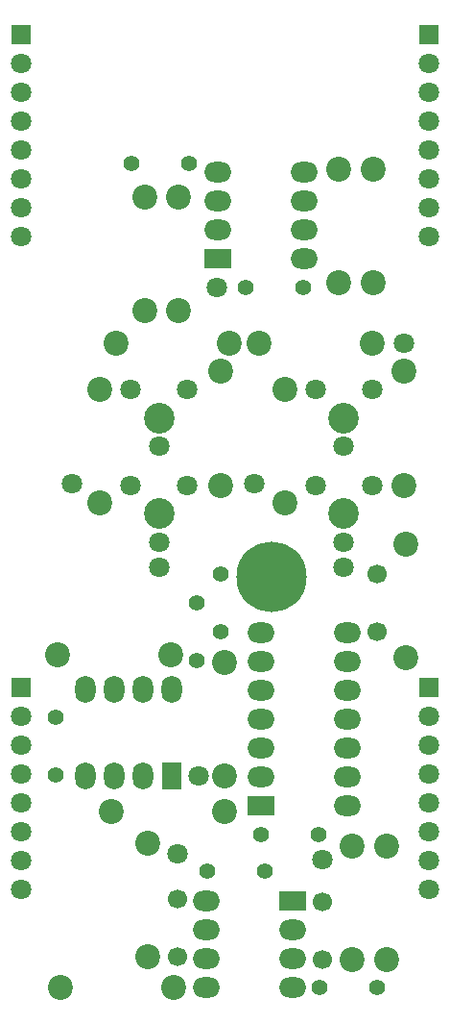
<source format=gts>
G04 #@! TF.FileFunction,Soldermask,Top*
%FSLAX46Y46*%
G04 Gerber Fmt 4.6, Leading zero omitted, Abs format (unit mm)*
G04 Created by KiCad (PCBNEW (2016-08-20 BZR 7083)-product) date Wed Apr 22 08:43:57 2020*
%MOMM*%
%LPD*%
G01*
G04 APERTURE LIST*
%ADD10C,0.100000*%
%ADD11C,1.400000*%
%ADD12R,2.400000X1.800000*%
%ADD13O,2.400000X1.800000*%
%ADD14C,1.800000*%
%ADD15R,1.800000X1.800000*%
%ADD16C,1.700000*%
%ADD17C,2.200000*%
%ADD18R,1.800000X2.400000*%
%ADD19O,1.800000X2.400000*%
%ADD20C,2.700000*%
%ADD21C,6.200000*%
G04 APERTURE END LIST*
D10*
D11*
X17000000Y31260000D03*
X17000000Y36340000D03*
X4600000Y26240000D03*
X4600000Y21160000D03*
X26440000Y64100000D03*
X21360000Y64100000D03*
X11260000Y75000000D03*
X16340000Y75000000D03*
X19100000Y33760000D03*
X19100000Y38840000D03*
X22660000Y15900000D03*
X27740000Y15900000D03*
D12*
X22690000Y18480000D03*
D13*
X22690000Y21020000D03*
X22690000Y23560000D03*
X22690000Y26100000D03*
X22690000Y28640000D03*
X22690000Y31180000D03*
X22690000Y33720000D03*
X30310000Y33720000D03*
X30310000Y31180000D03*
X30310000Y28640000D03*
X30310000Y26100000D03*
X30310000Y23560000D03*
X30310000Y21020000D03*
X30310000Y18480000D03*
D14*
X17200000Y21100000D03*
X15300000Y14200000D03*
X18800000Y64100000D03*
X35300000Y59200000D03*
X28100000Y13700000D03*
X13700000Y39500000D03*
X30000000Y39500000D03*
X1500000Y68610000D03*
X1500000Y71150000D03*
X1500000Y73690000D03*
X1500000Y76230000D03*
X1500000Y78770000D03*
X1500000Y81310000D03*
D15*
X1500000Y86390000D03*
D14*
X1500000Y83850000D03*
X1500000Y11110000D03*
X1500000Y13650000D03*
X1500000Y16190000D03*
X1500000Y18730000D03*
X1500000Y21270000D03*
X1500000Y23810000D03*
D15*
X1500000Y28890000D03*
D14*
X1500000Y26350000D03*
X37500000Y68610000D03*
X37500000Y71150000D03*
X37500000Y73690000D03*
X37500000Y76230000D03*
X37500000Y78770000D03*
X37500000Y81310000D03*
D15*
X37500000Y86390000D03*
D14*
X37500000Y83850000D03*
X37500000Y11110000D03*
X37500000Y13650000D03*
X37500000Y16190000D03*
X37500000Y18730000D03*
X37500000Y21270000D03*
X37500000Y23810000D03*
D15*
X37500000Y28890000D03*
D14*
X37500000Y26350000D03*
D11*
X17960000Y12700000D03*
X23040000Y12700000D03*
X32940000Y2500000D03*
X27860000Y2500000D03*
D12*
X18840000Y66640000D03*
D13*
X18840000Y69180000D03*
X18840000Y71720000D03*
X18840000Y74260000D03*
X26460000Y74260000D03*
X26460000Y71720000D03*
X26460000Y69180000D03*
X26460000Y66640000D03*
D12*
X25510000Y10110000D03*
D13*
X25510000Y7570000D03*
X25510000Y5030000D03*
X25510000Y2490000D03*
X17890000Y2490000D03*
X17890000Y5030000D03*
X17890000Y7570000D03*
X17890000Y10110000D03*
D14*
X6000000Y46800000D03*
X22100000Y46800000D03*
D16*
X15300000Y5160000D03*
X15300000Y10240000D03*
X32900000Y33760000D03*
X32900000Y38840000D03*
X28100000Y4960000D03*
X28100000Y10040000D03*
D17*
X12400000Y62100000D03*
X12400000Y72100000D03*
X32600000Y64500000D03*
X32600000Y74500000D03*
X15400000Y72100000D03*
X15400000Y62100000D03*
X29500000Y74500000D03*
X29500000Y64500000D03*
X19900000Y59200000D03*
X9900000Y59200000D03*
X22500000Y59200000D03*
X32500000Y59200000D03*
X19100000Y56700000D03*
X19100000Y46700000D03*
X35300000Y56700000D03*
X35300000Y46700000D03*
X9500000Y18000000D03*
X19500000Y18000000D03*
X8500000Y55100000D03*
X8500000Y45100000D03*
X24800000Y55100000D03*
X24800000Y45100000D03*
X19500000Y21100000D03*
X19500000Y31100000D03*
X35500000Y31500000D03*
X35500000Y41500000D03*
X33800000Y14900000D03*
X33800000Y4900000D03*
X30700000Y4900000D03*
X30700000Y14900000D03*
X4700000Y31800000D03*
X14700000Y31800000D03*
D18*
X14810000Y21090000D03*
D19*
X12270000Y21090000D03*
X9730000Y21090000D03*
X7190000Y21090000D03*
X7190000Y28710000D03*
X9730000Y28710000D03*
X12270000Y28710000D03*
X14810000Y28710000D03*
D17*
X12700000Y5200000D03*
X12700000Y15200000D03*
X5000000Y2500000D03*
X15000000Y2500000D03*
D14*
X30000000Y50100000D03*
X27500000Y55100000D03*
X32500000Y55100000D03*
D20*
X30000000Y52600000D03*
D14*
X30000000Y41700000D03*
X27500000Y46700000D03*
X32500000Y46700000D03*
D20*
X30000000Y44200000D03*
D14*
X13700000Y50100000D03*
X11200000Y55100000D03*
X16200000Y55100000D03*
D20*
X13700000Y52600000D03*
D14*
X13700000Y41700000D03*
X11200000Y46700000D03*
X16200000Y46700000D03*
D20*
X13700000Y44200000D03*
D21*
X23600000Y38600000D03*
M02*

</source>
